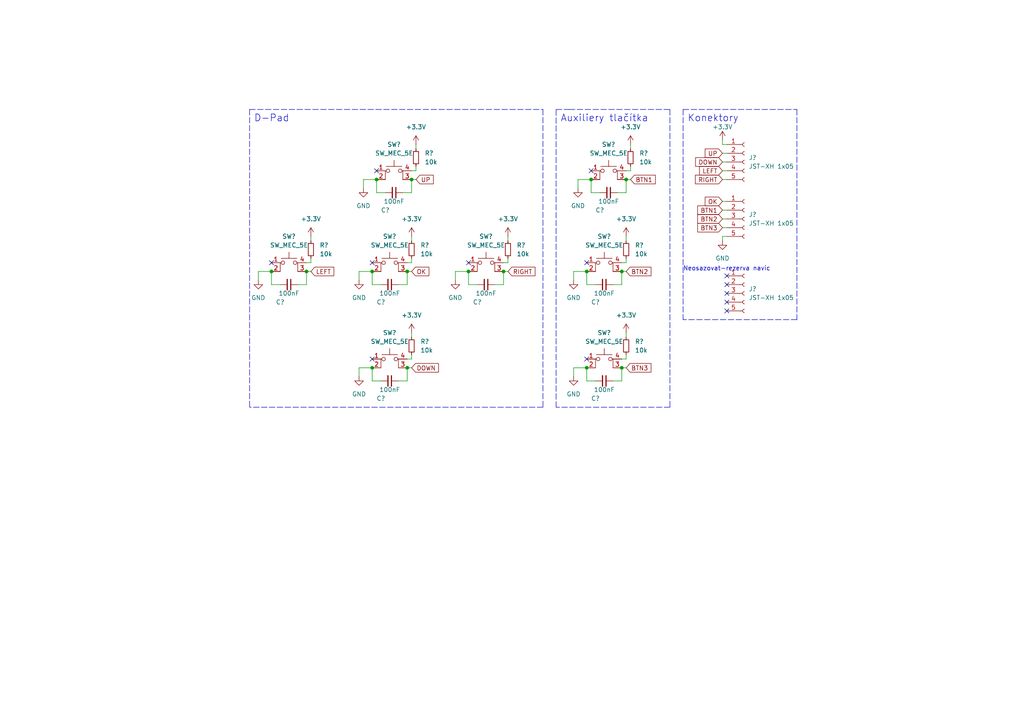
<source format=kicad_sch>
(kicad_sch (version 20211123) (generator eeschema)
  (paper "A4")
  (lib_symbols
    (symbol "Connector:Conn_01x05_Female" (pin_names (offset 1.016) hide)
      (property "Reference" "J" (at 0 7.62 0))
      (property "Value" "Conn_01x05_Female" (at 0 -7.62 0))
      (symbol "Conn_01x05_Female_1_1"
        (arc (start 0 -4.572) (mid -0.508 -5.08) (end 0 -5.588) (stroke (width 0.1524)))
        (arc (start 0 -2.032) (mid -0.508 -2.54) (end 0 -3.048) (stroke (width 0.1524)))
        (polyline (pts (xy -1.27 -5.08) (xy -0.508 -5.08)) (stroke (width 0.1524)))
        (polyline (pts (xy -1.27 -2.54) (xy -0.508 -2.54)) (stroke (width 0.1524)))
        (polyline (pts (xy -1.27 0) (xy -0.508 0)) (stroke (width 0.1524)))
        (polyline (pts (xy -1.27 2.54) (xy -0.508 2.54)) (stroke (width 0.1524)))
        (polyline (pts (xy -1.27 5.08) (xy -0.508 5.08)) (stroke (width 0.1524)))
        (arc (start 0 0.508) (mid -0.508 0) (end 0 -0.508) (stroke (width 0.1524)))
        (arc (start 0 3.048) (mid -0.508 2.54) (end 0 2.032) (stroke (width 0.1524)))
        (arc (start 0 5.588) (mid -0.508 5.08) (end 0 4.572) (stroke (width 0.1524)))
        (pin passive line (at -5.08 5.08 0) (length 3.81) (name "Pin_1") (number "1"))
        (pin passive line (at -5.08 2.54 0) (length 3.81) (name "Pin_2") (number "2"))
        (pin passive line (at -5.08 0 0) (length 3.81) (name "Pin_3") (number "3"))
        (pin passive line (at -5.08 -2.54 0) (length 3.81) (name "Pin_4") (number "4"))
        (pin passive line (at -5.08 -5.08 0) (length 3.81) (name "Pin_5") (number "5"))
      )
    )
    (symbol "Device:C_Small" (pin_numbers hide) (pin_names (offset 0.254) hide)
      (property "Reference" "C" (at 0.254 1.778 0))
      (property "Value" "C_Small" (at 0.254 -2.032 0))
      (symbol "C_Small_0_1"
        (polyline (pts (xy -1.524 -0.508) (xy 1.524 -0.508)) (stroke (width 0.3302)))
        (polyline (pts (xy -1.524 0.508) (xy 1.524 0.508)) (stroke (width 0.3048)))
      )
      (symbol "C_Small_1_1"
        (pin passive line (at 0 2.54 270) (length 2.032) (name "~") (number "1"))
        (pin passive line (at 0 -2.54 90) (length 2.032) (name "~") (number "2"))
      )
    )
    (symbol "Device:R_Small" (pin_numbers hide) (pin_names (offset 0.254) hide)
      (property "Reference" "R" (at 0.762 0.508 0))
      (property "Value" "R_Small" (at 0.762 -1.016 0))
      (symbol "R_Small_0_1"
        (rectangle (start -0.762 1.778) (end 0.762 -1.778) (stroke (width 0.2032)))
      )
      (symbol "R_Small_1_1"
        (pin passive line (at 0 2.54 270) (length 0.762) (name "~") (number "1"))
        (pin passive line (at 0 -2.54 90) (length 0.762) (name "~") (number "2"))
      )
    )
    (symbol "Switch:SW_MEC_5E" (pin_names (offset 1.016) hide)
      (property "Reference" "SW" (at 0.635 5.715 0))
      (property "Value" "SW_MEC_5E" (at 0 -3.175 0))
      (symbol "SW_MEC_5E_0_1"
        (circle (center -1.778 2.54) (radius 0.508))
        (polyline (pts (xy -2.286 3.81) (xy 2.286 3.81)))
        (polyline (pts (xy 0 3.81) (xy 0 5.588)))
        (polyline (pts (xy -2.54 0) (xy -2.54 2.54) (xy -2.286 2.54)))
        (polyline (pts (xy 2.54 0) (xy 2.54 2.54) (xy 2.286 2.54)))
        (circle (center 1.778 2.54) (radius 0.508))
        (pin passive line (at -5.08 2.54 0) (length 2.54) (name "1") (number "1"))
        (pin passive line (at -5.08 0 0) (length 2.54) (name "2") (number "2"))
        (pin passive line (at 5.08 0 180) (length 2.54) (name "K") (number "3"))
        (pin passive line (at 5.08 2.54 180) (length 2.54) (name "A") (number "4"))
      )
    )
    (symbol "power:+3.3V" (power) (pin_names (offset 0))
      (property "Value" "+3.3V" (at 0 3.556 0))
      (symbol "+3.3V_0_1"
        (polyline (pts (xy -0.762 1.27) (xy 0 2.54)))
        (polyline (pts (xy 0 0) (xy 0 2.54)))
        (polyline (pts (xy 0 2.54) (xy 0.762 1.27)))
      )
      (symbol "+3.3V_1_1"
        (pin power_in line (at 0 0 90) (length 0) hide (name "+3.3V") (number "1"))
      )
    )
    (symbol "power:GND" (power) (pin_names (offset 0))
      (property "Value" "GND" (at 0 -3.81 0))
      (symbol "GND_0_1"
        (polyline (pts (xy 0 0) (xy 0 -1.27) (xy 1.27 -1.27) (xy 0 -2.54) (xy -1.27 -1.27) (xy 0 -1.27)))
      )
      (symbol "GND_1_1"
        (pin power_in line (at 0 0 270) (length 0) hide (name "GND") (number "1"))
      )
    )
  )
  (junction (at 170.18 78.74))
  (junction (at 180.34 78.74))
  (junction (at 118.11 78.74))
  (junction (at 118.11 106.68))
  (junction (at 119.38 52.07))
  (junction (at 107.95 106.68))
  (junction (at 109.22 52.07))
  (junction (at 171.45 52.07))
  (junction (at 88.9 78.74))
  (junction (at 170.18 106.68))
  (junction (at 78.74 78.74))
  (junction (at 181.61 52.07))
  (junction (at 135.89 78.74))
  (junction (at 146.05 78.74))
  (junction (at 107.95 78.74))
  (junction (at 180.34 106.68))
  (no_connect (at 109.22 49.53))
  (no_connect (at 107.95 76.2))
  (no_connect (at 78.74 76.2))
  (no_connect (at 135.89 76.2))
  (no_connect (at 107.95 104.14))
  (no_connect (at 170.18 104.14))
  (no_connect (at 170.18 76.2))
  (no_connect (at 171.45 49.53))
  (no_connect (at 210.82 80.01))
  (no_connect (at 210.82 82.55))
  (no_connect (at 210.82 87.63))
  (no_connect (at 210.82 85.09))
  (no_connect (at 210.82 90.17))
  (wire (pts (xy 146.05 76.2) (xy 147.32 76.2)))
  (wire (pts (xy 119.38 96.52) (xy 119.38 97.79)))
  (wire (pts (xy 209.55 46.99) (xy 210.82 46.99)))
  (wire (pts (xy 81.28 82.55) (xy 78.74 82.55)))
  (wire (pts (xy 115.57 82.55) (xy 118.11 82.55)))
  (wire (pts (xy 166.37 81.28) (xy 166.37 78.74)))
  (wire (pts (xy 118.11 76.2) (xy 119.38 76.2)))
  (wire (pts (xy 181.61 49.53) (xy 182.88 49.53)))
  (wire (pts (xy 88.9 76.2) (xy 90.17 76.2)))
  (wire (pts (xy 119.38 102.87) (xy 119.38 104.14)))
  (wire (pts (xy 181.61 102.87) (xy 181.61 104.14)))
  (polyline (pts (xy 198.12 31.75) (xy 198.12 92.71)))
  (wire (pts (xy 88.9 82.55) (xy 88.9 78.74)))
  (wire (pts (xy 181.61 96.52) (xy 181.61 97.79)))
  (wire (pts (xy 180.34 106.68) (xy 181.61 106.68)))
  (wire (pts (xy 147.32 74.93) (xy 147.32 76.2)))
  (wire (pts (xy 180.34 104.14) (xy 181.61 104.14)))
  (wire (pts (xy 167.64 52.07) (xy 171.45 52.07)))
  (wire (pts (xy 119.38 74.93) (xy 119.38 76.2)))
  (wire (pts (xy 104.14 81.28) (xy 104.14 78.74)))
  (wire (pts (xy 182.88 41.91) (xy 182.88 43.18)))
  (wire (pts (xy 90.17 68.58) (xy 90.17 69.85)))
  (polyline (pts (xy 161.29 118.11) (xy 161.29 31.75)))
  (wire (pts (xy 180.34 110.49) (xy 180.34 106.68)))
  (wire (pts (xy 109.22 55.88) (xy 109.22 52.07)))
  (wire (pts (xy 86.36 82.55) (xy 88.9 82.55)))
  (wire (pts (xy 179.07 55.88) (xy 181.61 55.88)))
  (wire (pts (xy 120.65 41.91) (xy 120.65 43.18)))
  (wire (pts (xy 138.43 82.55) (xy 135.89 82.55)))
  (wire (pts (xy 132.08 81.28) (xy 132.08 78.74)))
  (wire (pts (xy 209.55 60.96) (xy 210.82 60.96)))
  (wire (pts (xy 120.65 48.26) (xy 120.65 49.53)))
  (wire (pts (xy 118.11 110.49) (xy 118.11 106.68)))
  (wire (pts (xy 209.55 49.53) (xy 210.82 49.53)))
  (wire (pts (xy 210.82 68.58) (xy 209.55 68.58)))
  (wire (pts (xy 181.61 55.88) (xy 181.61 52.07)))
  (wire (pts (xy 166.37 106.68) (xy 170.18 106.68)))
  (wire (pts (xy 166.37 78.74) (xy 170.18 78.74)))
  (wire (pts (xy 104.14 106.68) (xy 107.95 106.68)))
  (polyline (pts (xy 198.12 31.75) (xy 231.14 31.75)))
  (polyline (pts (xy 161.29 31.75) (xy 165.1 31.75)))
  (wire (pts (xy 110.49 82.55) (xy 107.95 82.55)))
  (polyline (pts (xy 194.31 118.11) (xy 161.29 118.11)))
  (wire (pts (xy 209.55 52.07) (xy 210.82 52.07)))
  (wire (pts (xy 166.37 109.22) (xy 166.37 106.68)))
  (wire (pts (xy 118.11 82.55) (xy 118.11 78.74)))
  (wire (pts (xy 146.05 82.55) (xy 146.05 78.74)))
  (wire (pts (xy 170.18 82.55) (xy 170.18 78.74)))
  (wire (pts (xy 132.08 78.74) (xy 135.89 78.74)))
  (wire (pts (xy 135.89 82.55) (xy 135.89 78.74)))
  (wire (pts (xy 74.93 78.74) (xy 78.74 78.74)))
  (wire (pts (xy 119.38 55.88) (xy 119.38 52.07)))
  (polyline (pts (xy 72.39 31.75) (xy 72.39 118.11)))
  (wire (pts (xy 181.61 52.07) (xy 182.88 52.07)))
  (wire (pts (xy 172.72 82.55) (xy 170.18 82.55)))
  (wire (pts (xy 171.45 55.88) (xy 171.45 52.07)))
  (wire (pts (xy 104.14 109.22) (xy 104.14 106.68)))
  (polyline (pts (xy 165.1 31.75) (xy 194.31 31.75)))
  (wire (pts (xy 170.18 110.49) (xy 170.18 106.68)))
  (wire (pts (xy 115.57 110.49) (xy 118.11 110.49)))
  (wire (pts (xy 209.55 63.5) (xy 210.82 63.5)))
  (wire (pts (xy 182.88 48.26) (xy 182.88 49.53)))
  (polyline (pts (xy 72.39 31.75) (xy 157.48 31.75)))
  (wire (pts (xy 90.17 74.93) (xy 90.17 76.2)))
  (wire (pts (xy 180.34 76.2) (xy 181.61 76.2)))
  (wire (pts (xy 119.38 52.07) (xy 120.65 52.07)))
  (wire (pts (xy 105.41 52.07) (xy 109.22 52.07)))
  (wire (pts (xy 119.38 68.58) (xy 119.38 69.85)))
  (polyline (pts (xy 231.14 92.71) (xy 198.12 92.71)))
  (polyline (pts (xy 231.14 31.75) (xy 231.14 92.71)))
  (wire (pts (xy 143.51 82.55) (xy 146.05 82.55)))
  (wire (pts (xy 147.32 68.58) (xy 147.32 69.85)))
  (wire (pts (xy 210.82 41.91) (xy 209.55 41.91)))
  (wire (pts (xy 110.49 110.49) (xy 107.95 110.49)))
  (polyline (pts (xy 194.31 31.75) (xy 194.31 118.11)))
  (wire (pts (xy 181.61 68.58) (xy 181.61 69.85)))
  (wire (pts (xy 107.95 110.49) (xy 107.95 106.68)))
  (wire (pts (xy 209.55 66.04) (xy 210.82 66.04)))
  (wire (pts (xy 119.38 49.53) (xy 120.65 49.53)))
  (wire (pts (xy 177.8 82.55) (xy 180.34 82.55)))
  (polyline (pts (xy 157.48 118.11) (xy 72.39 118.11)))
  (wire (pts (xy 167.64 54.61) (xy 167.64 52.07)))
  (wire (pts (xy 177.8 110.49) (xy 180.34 110.49)))
  (wire (pts (xy 118.11 78.74) (xy 119.38 78.74)))
  (wire (pts (xy 78.74 82.55) (xy 78.74 78.74)))
  (wire (pts (xy 172.72 110.49) (xy 170.18 110.49)))
  (wire (pts (xy 180.34 82.55) (xy 180.34 78.74)))
  (wire (pts (xy 107.95 82.55) (xy 107.95 78.74)))
  (wire (pts (xy 180.34 78.74) (xy 181.61 78.74)))
  (wire (pts (xy 209.55 44.45) (xy 210.82 44.45)))
  (wire (pts (xy 104.14 78.74) (xy 107.95 78.74)))
  (wire (pts (xy 209.55 40.64) (xy 209.55 41.91)))
  (wire (pts (xy 146.05 78.74) (xy 147.32 78.74)))
  (wire (pts (xy 105.41 54.61) (xy 105.41 52.07)))
  (wire (pts (xy 116.84 55.88) (xy 119.38 55.88)))
  (wire (pts (xy 118.11 106.68) (xy 119.38 106.68)))
  (wire (pts (xy 173.99 55.88) (xy 171.45 55.88)))
  (wire (pts (xy 209.55 68.58) (xy 209.55 69.85)))
  (wire (pts (xy 74.93 81.28) (xy 74.93 78.74)))
  (wire (pts (xy 181.61 74.93) (xy 181.61 76.2)))
  (wire (pts (xy 111.76 55.88) (xy 109.22 55.88)))
  (wire (pts (xy 209.55 58.42) (xy 210.82 58.42)))
  (polyline (pts (xy 157.48 31.75) (xy 157.48 118.11)))
  (wire (pts (xy 118.11 104.14) (xy 119.38 104.14)))
  (wire (pts (xy 88.9 78.74) (xy 90.17 78.74)))
  (text "Konektory\n" (at 199.39 35.56 0) (effects (font (size 2 2)) (justify left bottom)))
  (text "D-Pad\n" (at 73.66 35.56 0) (effects (font (size 2 2)) (justify left bottom)))
  (text "Neosazovat-rezerva navíc\n" (at 198.12 78.74 0) (effects (font (size 1.27 1.27)) (justify left bottom)))
  (text "Auxiliery tlačítka\n" (at 162.56 35.56 0) (effects (font (size 2 2)) (justify left bottom)))
  (global_label "UP" (shape input) (at 209.55 44.45 180) (property "Intersheet References" "${INTERSHEET_REFS}" (effects hide)))
  (global_label "UP" (shape input) (at 120.65 52.07 0) (property "Intersheet References" "${INTERSHEET_REFS}" (effects hide)))
  (global_label "RIGHT" (shape input) (at 147.32 78.74 0) (property "Intersheet References" "${INTERSHEET_REFS}" (effects hide)))
  (global_label "BTN1" (shape input) (at 209.55 60.96 180) (property "Intersheet References" "${INTERSHEET_REFS}" (effects hide)))
  (global_label "BTN2" (shape input) (at 209.55 63.5 180) (property "Intersheet References" "${INTERSHEET_REFS}" (effects hide)))
  (global_label "RIGHT" (shape input) (at 209.55 52.07 180) (property "Intersheet References" "${INTERSHEET_REFS}" (effects hide)))
  (global_label "OK" (shape input) (at 119.38 78.74 0) (property "Intersheet References" "${INTERSHEET_REFS}" (effects hide)))
  (global_label "BTN3" (shape input) (at 209.55 66.04 180) (property "Intersheet References" "${INTERSHEET_REFS}" (effects hide)))
  (global_label "DOWN" (shape input) (at 119.38 106.68 0) (property "Intersheet References" "${INTERSHEET_REFS}" (effects hide)))
  (global_label "OK" (shape input) (at 209.55 58.42 180) (property "Intersheet References" "${INTERSHEET_REFS}" (effects hide)))
  (global_label "LEFT" (shape input) (at 90.17 78.74 0) (property "Intersheet References" "${INTERSHEET_REFS}" (effects hide)))
  (global_label "LEFT" (shape input) (at 209.55 49.53 180) (property "Intersheet References" "${INTERSHEET_REFS}" (effects hide)))
  (global_label "BTN1" (shape input) (at 182.88 52.07 0) (property "Intersheet References" "${INTERSHEET_REFS}" (effects hide)))
  (global_label "DOWN" (shape input) (at 209.55 46.99 180) (property "Intersheet References" "${INTERSHEET_REFS}" (effects hide)))
  (global_label "BTN3" (shape input) (at 181.61 106.68 0) (property "Intersheet References" "${INTERSHEET_REFS}" (effects hide)))
  (global_label "BTN2" (shape input) (at 181.61 78.74 0) (property "Intersheet References" "${INTERSHEET_REFS}" (effects hide)))
  (symbol (lib_id "power:GND") (at 166.37 81.28 0) (unit 1)
    (property "Reference" "#PWR?" (effects hide))
    (property "Value" "GND" (at 166.37 86.36 0))
  )
  (symbol (lib_id "Device:C_Small") (at 140.97 82.55 270) (unit 1)
    (property "Reference" "C?" (at 138.43 87.63 90))
    (property "Value" "100nF" (at 140.97 85.09 90))
  )
  (symbol (lib_id "power:+3.3V") (at 119.38 68.58 0) (unit 1)
    (property "Reference" "#PWR?" (effects hide))
    (property "Value" "+3.3V" (at 119.38 63.5 0))
  )
  (symbol (lib_id "power:+3.3V") (at 209.55 40.64 0) (unit 1)
    (property "Reference" "#PWR?" (effects hide))
    (property "Value" "+3.3V" (at 209.55 36.83 0))
  )
  (symbol (lib_id "power:+3.3V") (at 147.32 68.58 0) (unit 1)
    (property "Reference" "#PWR?" (effects hide))
    (property "Value" "+3.3V" (at 147.32 63.5 0))
  )
  (symbol (lib_id "Connector:Conn_01x05_Female") (at 215.9 46.99 0) (unit 1)
    (property "Reference" "J?" (at 217.17 45.7199 0) (effects (justify left)))
    (property "Value" "JST-XH 1x05" (at 217.17 48.2599 0) (effects (justify left)))
  )
  (symbol (lib_id "power:GND") (at 105.41 54.61 0) (unit 1)
    (property "Reference" "#PWR?" (effects hide))
    (property "Value" "GND" (at 105.41 59.69 0))
  )
  (symbol (lib_id "Switch:SW_MEC_5E") (at 83.82 78.74 0) (unit 1)
    (property "Reference" "SW?" (at 83.82 68.58 0))
    (property "Value" "SW_MEC_5E" (at 83.82 71.12 0))
    (property "Datasheet" "http://www.apem.com/int/index.php?controller=attachment&id_attachment=1371" (effects hide))
  )
  (symbol (lib_id "power:+3.3V") (at 181.61 96.52 0) (unit 1)
    (property "Reference" "#PWR?" (effects hide))
    (property "Value" "+3.3V" (at 181.61 91.44 0))
  )
  (symbol (lib_id "power:+3.3V") (at 182.88 41.91 0) (unit 1)
    (property "Reference" "#PWR?" (effects hide))
    (property "Value" "+3.3V" (at 182.88 36.83 0))
  )
  (symbol (lib_id "power:GND") (at 166.37 109.22 0) (unit 1)
    (property "Reference" "#PWR?" (effects hide))
    (property "Value" "GND" (at 166.37 114.3 0))
  )
  (symbol (lib_id "Switch:SW_MEC_5E") (at 113.03 106.68 0) (unit 1)
    (property "Reference" "SW?" (at 113.03 96.52 0))
    (property "Value" "SW_MEC_5E" (at 113.03 99.06 0))
    (property "Datasheet" "http://www.apem.com/int/index.php?controller=attachment&id_attachment=1371" (effects hide))
  )
  (symbol (lib_id "Device:C_Small") (at 83.82 82.55 270) (unit 1)
    (property "Reference" "C?" (at 81.28 87.63 90))
    (property "Value" "100nF" (at 83.82 85.09 90))
  )
  (symbol (lib_id "Device:R_Small") (at 147.32 72.39 180) (unit 1)
    (property "Reference" "R?" (at 149.86 71.1199 0) (effects (justify right)))
    (property "Value" "10k" (at 149.86 73.6599 0) (effects (justify right)))
  )
  (symbol (lib_id "Switch:SW_MEC_5E") (at 175.26 78.74 0) (unit 1)
    (property "Reference" "SW?" (at 175.26 68.58 0))
    (property "Value" "SW_MEC_5E" (at 175.26 71.12 0))
    (property "Datasheet" "http://www.apem.com/int/index.php?controller=attachment&id_attachment=1371" (effects hide))
  )
  (symbol (lib_id "Device:R_Small") (at 181.61 72.39 180) (unit 1)
    (property "Reference" "R?" (at 184.15 71.1199 0) (effects (justify right)))
    (property "Value" "10k" (at 184.15 73.6599 0) (effects (justify right)))
  )
  (symbol (lib_id "Connector:Conn_01x05_Female") (at 215.9 85.09 0) (unit 1)
    (property "Reference" "J?" (at 217.17 83.8199 0) (effects (justify left)))
    (property "Value" "JST-XH 1x05" (at 217.17 86.3599 0) (effects (justify left)))
  )
  (symbol (lib_id "Switch:SW_MEC_5E") (at 113.03 78.74 0) (unit 1)
    (property "Reference" "SW?" (at 113.03 68.58 0))
    (property "Value" "SW_MEC_5E" (at 113.03 71.12 0))
    (property "Datasheet" "http://www.apem.com/int/index.php?controller=attachment&id_attachment=1371" (effects hide))
  )
  (symbol (lib_id "Device:C_Small") (at 113.03 110.49 270) (unit 1)
    (property "Reference" "C?" (at 110.49 115.57 90))
    (property "Value" "100nF" (at 113.03 113.03 90))
  )
  (symbol (lib_id "Connector:Conn_01x05_Female") (at 215.9 63.5 0) (unit 1)
    (property "Reference" "J?" (at 217.17 62.2299 0) (effects (justify left)))
    (property "Value" "JST-XH 1x05" (at 217.17 64.7699 0) (effects (justify left)))
  )
  (symbol (lib_id "Device:R_Small") (at 119.38 72.39 180) (unit 1)
    (property "Reference" "R?" (at 121.92 71.1199 0) (effects (justify right)))
    (property "Value" "10k" (at 121.92 73.6599 0) (effects (justify right)))
  )
  (symbol (lib_id "power:GND") (at 74.93 81.28 0) (unit 1)
    (property "Reference" "#PWR?" (effects hide))
    (property "Value" "GND" (at 74.93 86.36 0))
  )
  (symbol (lib_id "power:GND") (at 132.08 81.28 0) (unit 1)
    (property "Reference" "#PWR?" (effects hide))
    (property "Value" "GND" (at 132.08 86.36 0))
  )
  (symbol (lib_id "power:GND") (at 209.55 69.85 0) (unit 1)
    (property "Reference" "#PWR?" (effects hide))
    (property "Value" "GND" (at 209.55 74.93 0))
  )
  (symbol (lib_id "power:+3.3V") (at 181.61 68.58 0) (unit 1)
    (property "Reference" "#PWR?" (effects hide))
    (property "Value" "+3.3V" (at 181.61 63.5 0))
  )
  (symbol (lib_id "Switch:SW_MEC_5E") (at 176.53 52.07 0) (unit 1)
    (property "Reference" "SW?" (at 176.53 41.91 0))
    (property "Value" "SW_MEC_5E" (at 176.53 44.45 0))
    (property "Datasheet" "http://www.apem.com/int/index.php?controller=attachment&id_attachment=1371" (effects hide))
  )
  (symbol (lib_id "Device:C_Small") (at 113.03 82.55 270) (unit 1)
    (property "Reference" "C?" (at 110.49 87.63 90))
    (property "Value" "100nF" (at 113.03 85.09 90))
  )
  (symbol (lib_id "Switch:SW_MEC_5E") (at 114.3 52.07 0) (unit 1)
    (property "Reference" "SW?" (at 114.3 41.91 0))
    (property "Value" "SW_MEC_5E" (at 114.3 44.45 0))
    (property "Datasheet" "http://www.apem.com/int/index.php?controller=attachment&id_attachment=1371" (effects hide))
  )
  (symbol (lib_id "Device:C_Small") (at 114.3 55.88 270) (unit 1)
    (property "Reference" "C?" (at 111.76 60.96 90))
    (property "Value" "100nF" (at 114.3 58.42 90))
  )
  (symbol (lib_id "Device:C_Small") (at 176.53 55.88 270) (unit 1)
    (property "Reference" "C?" (at 173.99 60.96 90))
    (property "Value" "100nF" (at 176.53 58.42 90))
  )
  (symbol (lib_id "power:+3.3V") (at 90.17 68.58 0) (unit 1)
    (property "Reference" "#PWR?" (effects hide))
    (property "Value" "+3.3V" (at 90.17 63.5 0))
  )
  (symbol (lib_id "power:GND") (at 104.14 109.22 0) (unit 1)
    (property "Reference" "#PWR?" (effects hide))
    (property "Value" "GND" (at 104.14 114.3 0))
  )
  (symbol (lib_id "power:GND") (at 104.14 81.28 0) (unit 1)
    (property "Reference" "#PWR?" (effects hide))
    (property "Value" "GND" (at 104.14 86.36 0))
  )
  (symbol (lib_id "power:+3.3V") (at 119.38 96.52 0) (unit 1)
    (property "Reference" "#PWR?" (effects hide))
    (property "Value" "+3.3V" (at 119.38 91.44 0))
  )
  (symbol (lib_id "Device:R_Small") (at 90.17 72.39 180) (unit 1)
    (property "Reference" "R?" (at 92.71 71.1199 0) (effects (justify right)))
    (property "Value" "10k" (at 92.71 73.6599 0) (effects (justify right)))
  )
  (symbol (lib_id "power:GND") (at 167.64 54.61 0) (unit 1)
    (property "Reference" "#PWR?" (effects hide))
    (property "Value" "GND" (at 167.64 59.69 0))
  )
  (symbol (lib_id "power:+3.3V") (at 120.65 41.91 0) (unit 1)
    (property "Reference" "#PWR?" (effects hide))
    (property "Value" "+3.3V" (at 120.65 36.83 0))
  )
  (symbol (lib_id "Device:C_Small") (at 175.26 82.55 270) (unit 1)
    (property "Reference" "C?" (at 172.72 87.63 90))
    (property "Value" "100nF" (at 175.26 85.09 90))
  )
  (symbol (lib_id "Device:R_Small") (at 181.61 100.33 180) (unit 1)
    (property "Reference" "R?" (at 184.15 99.0599 0) (effects (justify right)))
    (property "Value" "10k" (at 184.15 101.5999 0) (effects (justify right)))
  )
  (symbol (lib_id "Device:R_Small") (at 120.65 45.72 180) (unit 1)
    (property "Reference" "R?" (at 123.19 44.4499 0) (effects (justify right)))
    (property "Value" "10k" (at 123.19 46.9899 0) (effects (justify right)))
  )
  (symbol (lib_id "Switch:SW_MEC_5E") (at 140.97 78.74 0) (unit 1)
    (property "Reference" "SW?" (at 140.97 68.58 0))
    (property "Value" "SW_MEC_5E" (at 140.97 71.12 0))
    (property "Datasheet" "http://www.apem.com/int/index.php?controller=attachment&id_attachment=1371" (effects hide))
  )
  (symbol (lib_id "Device:R_Small") (at 119.38 100.33 180) (unit 1)
    (property "Reference" "R?" (at 121.92 99.0599 0) (effects (justify right)))
    (property "Value" "10k" (at 121.92 101.5999 0) (effects (justify right)))
  )
  (symbol (lib_id "Device:C_Small") (at 175.26 110.49 270) (unit 1)
    (property "Reference" "C?" (at 172.72 115.57 90))
    (property "Value" "100nF" (at 175.26 113.03 90))
  )
  (symbol (lib_id "Switch:SW_MEC_5E") (at 175.26 106.68 0) (unit 1)
    (property "Reference" "SW?" (at 175.26 96.52 0))
    (property "Value" "SW_MEC_5E" (at 175.26 99.06 0))
    (property "Datasheet" "http://www.apem.com/int/index.php?controller=attachment&id_attachment=1371" (effects hide))
  )
  (symbol (lib_id "Device:R_Small") (at 182.88 45.72 180) (unit 1)
    (property "Reference" "R?" (at 185.42 44.4499 0) (effects (justify right)))
    (property "Value" "10k" (at 185.42 46.9899 0) (effects (justify right)))
  )
)
</source>
